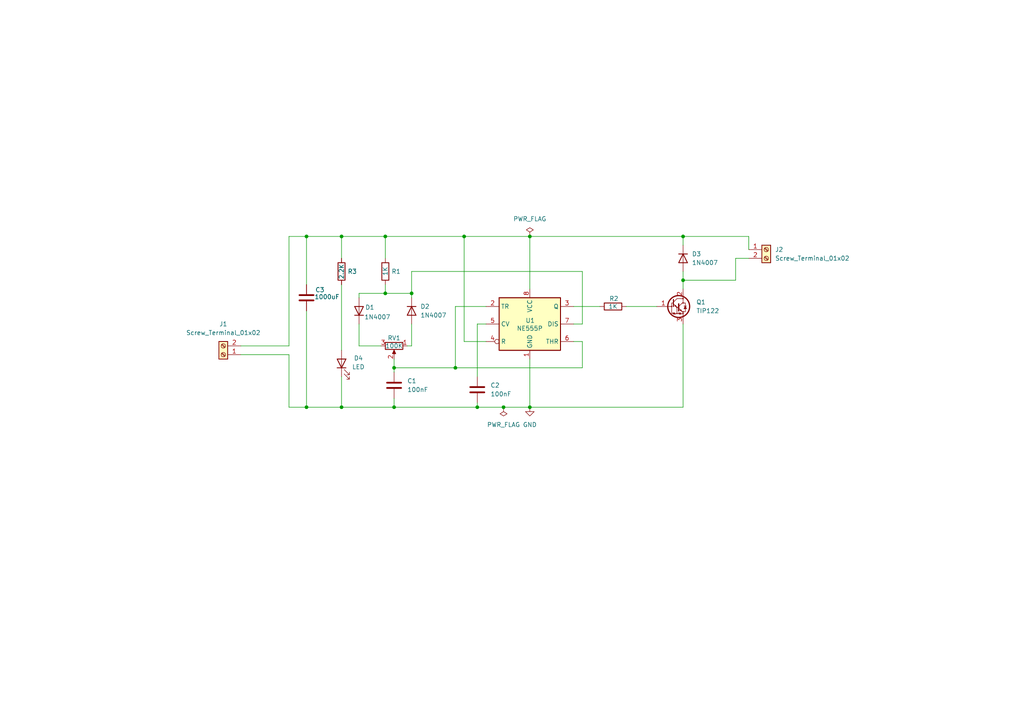
<source format=kicad_sch>
(kicad_sch (version 20250114) (generator "eeschema") (generator_version "9.0")
  (paper "A4")
  (title_block (title "DC Motor Speed Controller") (date "2025-11-22"))
  (lib_symbols
    (symbol "Connector:Screw_Terminal_01x02" (pin_names (offset 1.016) (hide yes))
      (property "Reference" "J" (at 0 2.54 0))
      (property "Value" "Screw_Terminal_01x02" (at 0 -5.08 0))
      (symbol "Screw_Terminal_01x02_1_1"
        (rectangle (start -1.27 1.27) (end 1.27 -3.81) (stroke (width 0.254)) (fill (type background)))
        (polyline (pts (xy -0.5334 0.3302) (xy 0.3302 -0.508)) (stroke (width 0.1524)))
        (polyline (pts (xy -0.5334 -2.2098) (xy 0.3302 -3.048)) (stroke (width 0.1524)))
        (polyline (pts (xy -0.3556 0.508) (xy 0.508 -0.3302)) (stroke (width 0.1524)))
        (polyline (pts (xy -0.3556 -2.032) (xy 0.508 -2.8702)) (stroke (width 0.1524)))
        (circle (center 0 0) (radius 0.635) (stroke (width 0.1524)))
        (circle (center 0 -2.54) (radius 0.635) (stroke (width 0.1524)))
        (pin passive line (at -5.08 0 0) (length 3.81) (name "Pin_1") (number "1"))
        (pin passive line (at -5.08 -2.54 0) (length 3.81) (name "Pin_2") (number "2"))
      )
    )
    (symbol "Device:C" (pin_numbers (hide yes)) (pin_names (offset 0.254))
      (property "Reference" "C" (at 0.635 2.54 0))
      (property "Value" "C" (at 0.635 -2.54 0))
      (symbol "C_0_1"
        (polyline (pts (xy -2.032 0.762) (xy 2.032 0.762)) (stroke (width 0.508)))
        (polyline (pts (xy -2.032 -0.762) (xy 2.032 -0.762)) (stroke (width 0.508)))
      )
      (symbol "C_1_1"
        (pin passive line (at 0 3.81 270) (length 2.794) (name "~") (number "1"))
        (pin passive line (at 0 -3.81 90) (length 2.794) (name "~") (number "2"))
      )
    )
    (symbol "Device:LED" (pin_numbers (hide yes)) (pin_names (offset 1.016) (hide yes))
      (property "Reference" "D" (at 0 2.54 0))
      (property "Value" "LED" (at 0 -2.54 0))
      (symbol "LED_0_1"
        (polyline (pts (xy -3.048 -0.762) (xy -4.572 -2.286) (xy -3.81 -2.286) (xy -4.572 -2.286) (xy -4.572 -1.524)))
        (polyline (pts (xy -1.778 -0.762) (xy -3.302 -2.286) (xy -2.54 -2.286) (xy -3.302 -2.286) (xy -3.302 -1.524)))
        (polyline (pts (xy -1.27 0) (xy 1.27 0)))
        (polyline (pts (xy -1.27 -1.27) (xy -1.27 1.27)) (stroke (width 0.254)))
        (polyline (pts (xy 1.27 -1.27) (xy 1.27 1.27) (xy -1.27 0) (xy 1.27 -1.27)) (stroke (width 0.254)))
      )
      (symbol "LED_1_1"
        (pin passive line (at -3.81 0 0) (length 2.54) (name "K") (number "1"))
        (pin passive line (at 3.81 0 180) (length 2.54) (name "A") (number "2"))
      )
    )
    (symbol "Device:R" (pin_numbers (hide yes)) (pin_names (offset 0))
      (property "Reference" "R" (at 2.032 0 90))
      (property "Value" "R" (at 0 0 90))
      (symbol "R_0_1"
        (rectangle (start -1.016 -2.54) (end 1.016 2.54) (stroke (width 0.254)))
      )
      (symbol "R_1_1"
        (pin passive line (at 0 3.81 270) (length 1.27) (name "~") (number "1"))
        (pin passive line (at 0 -3.81 90) (length 1.27) (name "~") (number "2"))
      )
    )
    (symbol "Device:R_Potentiometer" (pin_names (offset 1.016) (hide yes))
      (property "Reference" "RV" (at -4.445 0 90))
      (property "Value" "R_Potentiometer" (at -2.54 0 90))
      (symbol "R_Potentiometer_0_1"
        (rectangle (start 1.016 2.54) (end -1.016 -2.54) (stroke (width 0.254)))
        (polyline (pts (xy 1.143 0) (xy 2.286 0.508) (xy 2.286 -0.508) (xy 1.143 0)) (fill (type outline)))
        (polyline (pts (xy 2.54 0) (xy 1.524 0)))
      )
      (symbol "R_Potentiometer_1_1"
        (pin passive line (at 0 3.81 270) (length 1.27) (name "1") (number "1"))
        (pin passive line (at 0 -3.81 90) (length 1.27) (name "3") (number "3"))
        (pin passive line (at 3.81 0 180) (length 1.27) (name "2") (number "2"))
      )
    )
    (symbol "Diode:1N4007" (pin_numbers (hide yes)) (pin_names (hide yes))
      (property "Reference" "D" (at 0 2.54 0))
      (property "Value" "1N4007" (at 0 -2.54 0))
      (symbol "1N4007_0_1"
        (polyline (pts (xy -1.27 1.27) (xy -1.27 -1.27)) (stroke (width 0.254)))
        (polyline (pts (xy 1.27 1.27) (xy 1.27 -1.27) (xy -1.27 0) (xy 1.27 1.27)) (stroke (width 0.254)))
        (polyline (pts (xy 1.27 0) (xy -1.27 0)))
      )
      (symbol "1N4007_1_1"
        (pin passive line (at -3.81 0 0) (length 2.54) (name "K") (number "1"))
        (pin passive line (at 3.81 0 180) (length 2.54) (name "A") (number "2"))
      )
    )
    (symbol "Timer:NE555P"
      (property "Reference" "U" (at -10.16 8.89 0))
      (property "Value" "NE555P" (at 2.54 8.89 0))
      (symbol "NE555P_0_0"
        (pin power_in line (at 0 10.16 270) (length 2.54) (name "VCC") (number "8"))
        (pin power_in line (at 0 -10.16 90) (length 2.54) (name "GND") (number "1"))
      )
      (symbol "NE555P_0_1"
        (rectangle (start -8.89 -7.62) (end 8.89 7.62) (stroke (width 0.254)) (fill (type background)))
        (rectangle (start -8.89 -7.62) (end 8.89 7.62) (stroke (width 0.254)) (fill (type background)))
      )
      (symbol "NE555P_1_1"
        (pin input line (at -12.7 5.08 0) (length 3.81) (name "TR") (number "2"))
        (pin input line (at -12.7 0 0) (length 3.81) (name "CV") (number "5"))
        (pin input inverted (at -12.7 -5.08 0) (length 3.81) (name "R") (number "4"))
        (pin output line (at 12.7 5.08 180) (length 3.81) (name "Q") (number "3"))
        (pin input line (at 12.7 0 180) (length 3.81) (name "DIS") (number "7"))
        (pin input line (at 12.7 -5.08 180) (length 3.81) (name "THR") (number "6"))
      )
    )
    (symbol "Transistor_BJT:TIP122" (pin_names (offset 0) (hide yes))
      (property "Reference" "Q" (at 5.08 1.905 0))
      (property "Value" "TIP122" (at 5.08 0 0))
      (symbol "TIP122_0_1"
        (polyline (pts (xy -1.27 0) (xy -0.889 0)))
        (circle (center -0.762 0) (radius 0.127))
        (polyline (pts (xy -0.254 2.032) (xy -0.254 0) (xy -0.254 0)) (stroke (width 0.3048)))
        (polyline (pts (xy -0.254 1.27) (xy 0.762 2.286) (xy 2.54 2.286)))
        (polyline (pts (xy -0.254 1.016) (xy -0.762 1.016) (xy -0.762 -2.032)))
        (polyline (pts (xy -0.254 0.762) (xy 0.762 -0.254) (xy 1.27 -0.254)))
        (polyline (pts (xy 0.635 -0.127) (xy 0.381 0.381) (xy 0.127 0.127) (xy 0.635 -0.127)))
        (polyline (pts (xy 0.762 -0.254) (xy 0.762 -2.032) (xy 1.143 -2.032) (xy 1.27 -1.778) (xy 1.397 -2.286) (xy 1.524 -1.778) (xy 1.651 -2.286) (xy 1.778 -1.778) (xy 1.905 -2.286) (xy 2.032 -2.032) (xy 2.54 -2.032)))
        (circle (center 0.762 -0.254) (radius 0.127))
        (polyline (pts (xy 0.762 -2.032) (xy 0.381 -2.032) (xy 0.254 -2.286) (xy 0.127 -1.778) (xy 0 -2.286) (xy -0.127 -1.778) (xy -0.254 -2.286) (xy -0.381 -1.778) (xy -0.508 -2.032) (xy -0.762 -2.032)))
        (circle (center 0.762 -2.032) (radius 0.127))
        (polyline (pts (xy 1.27 0.762) (xy 1.27 -1.27) (xy 1.27 -1.27)) (stroke (width 0.381)))
        (polyline (pts (xy 1.27 0) (xy 2.286 1.016) (xy 2.54 1.016) (xy 2.54 2.286)))
        (circle (center 1.27 0) (radius 3.175) (stroke (width 0.3556)))
        (polyline (pts (xy 1.27 -0.508) (xy 2.286 -1.524) (xy 2.54 -1.524) (xy 2.54 -2.032)))
        (polyline (pts (xy 2.159 -1.397) (xy 1.905 -0.889) (xy 1.651 -1.143) (xy 2.159 -1.397)))
        (circle (center 2.54 2.286) (radius 0.127))
        (circle (center 2.54 1.016) (radius 0.127))
        (polyline (pts (xy 2.54 -1.524) (xy 3.175 -1.524)))
        (circle (center 2.54 -1.524) (radius 0.127))
        (polyline (pts (xy 2.54 -2.032) (xy 2.54 -2.54)))
        (circle (center 2.54 -2.032) (radius 0.127))
        (polyline (pts (xy 2.794 0.127) (xy 3.556 0.127)))
        (polyline (pts (xy 3.175 1.016) (xy 2.54 1.016)))
        (polyline (pts (xy 3.175 1.016) (xy 3.175 0.127)))
        (polyline (pts (xy 3.175 0.127) (xy 2.794 -0.635) (xy 3.556 -0.635) (xy 3.175 0.127)) (fill (type outline)))
        (polyline (pts (xy 3.175 -0.635) (xy 3.175 -1.524)))
      )
      (symbol "TIP122_1_1"
        (pin input line (at -5.08 0 0) (length 3.81) (name "B") (number "1"))
        (pin passive line (at 2.54 5.08 270) (length 2.667) (name "C") (number "2"))
        (pin passive line (at 2.54 -5.08 90) (length 2.54) (name "E") (number "3"))
      )
    )
    (symbol "power:GND" (power) (pin_numbers (hide yes)) (pin_names (offset 0) (hide yes))
      (property "Value" "GND" (at 0 -3.81 0))
      (symbol "GND_0_1"
        (polyline (pts (xy 0 0) (xy 0 -1.27) (xy 1.27 -1.27) (xy 0 -2.54) (xy -1.27 -1.27) (xy 0 -1.27)))
      )
      (symbol "GND_1_1"
        (pin power_in line (at 0 0 270) (length 0) (name "~") (number "1"))
      )
    )
    (symbol "power:PWR_FLAG" (power) (pin_numbers (hide yes)) (pin_names (offset 0) (hide yes))
      (property "Value" "PWR_FLAG" (at 0 3.81 0))
      (symbol "PWR_FLAG_0_0"
        (pin power_out line (at 0 0 90) (length 0) (name "~") (number "1"))
      )
      (symbol "PWR_FLAG_0_1"
        (polyline (pts (xy 0 0) (xy 0 1.27) (xy -1.016 1.905) (xy 0 2.54) (xy 1.016 1.905) (xy 0 1.27)))
      )
    )
  )
  (junction (at 111.76 68.58))
  (junction (at 88.9 68.58))
  (junction (at 111.76 85.09))
  (junction (at 146.05 118.11))
  (junction (at 153.67 68.58))
  (junction (at 198.12 68.58))
  (junction (at 138.43 118.11))
  (junction (at 198.12 81.28))
  (junction (at 99.06 118.11))
  (junction (at 114.3 106.68))
  (junction (at 153.67 118.11))
  (junction (at 119.38 85.09))
  (junction (at 88.9 118.11))
  (junction (at 114.3 118.11))
  (junction (at 132.08 106.68))
  (junction (at 99.06 68.58))
  (junction (at 134.62 68.58))
  (wire (pts (xy 99.06 74.93) (xy 99.06 68.58)))
  (wire (pts (xy 198.12 81.28) (xy 198.12 83.82)))
  (wire (pts (xy 111.76 68.58) (xy 134.62 68.58)))
  (wire (pts (xy 104.14 100.33) (xy 110.49 100.33)))
  (wire (pts (xy 83.82 68.58) (xy 83.82 100.33)))
  (wire (pts (xy 168.91 93.98) (xy 168.91 78.74)))
  (wire (pts (xy 119.38 78.74) (xy 119.38 85.09)))
  (wire (pts (xy 119.38 100.33) (xy 119.38 93.98)))
  (wire (pts (xy 181.61 88.9) (xy 190.5 88.9)))
  (wire (pts (xy 83.82 68.58) (xy 88.9 68.58)))
  (wire (pts (xy 140.97 88.9) (xy 132.08 88.9)))
  (wire (pts (xy 69.85 100.33) (xy 83.82 100.33)))
  (wire (pts (xy 99.06 118.11) (xy 114.3 118.11)))
  (wire (pts (xy 114.3 104.14) (xy 114.3 106.68)))
  (wire (pts (xy 88.9 82.55) (xy 88.9 68.58)))
  (wire (pts (xy 114.3 106.68) (xy 114.3 107.95)))
  (wire (pts (xy 114.3 118.11) (xy 138.43 118.11)))
  (wire (pts (xy 166.37 88.9) (xy 173.99 88.9)))
  (wire (pts (xy 88.9 68.58) (xy 99.06 68.58)))
  (wire (pts (xy 114.3 115.57) (xy 114.3 118.11)))
  (wire (pts (xy 118.11 100.33) (xy 119.38 100.33)))
  (wire (pts (xy 217.17 72.39) (xy 217.17 68.58)))
  (wire (pts (xy 168.91 78.74) (xy 119.38 78.74)))
  (wire (pts (xy 138.43 93.98) (xy 138.43 109.22)))
  (wire (pts (xy 166.37 99.06) (xy 168.91 99.06)))
  (wire (pts (xy 132.08 106.68) (xy 114.3 106.68)))
  (wire (pts (xy 140.97 93.98) (xy 138.43 93.98)))
  (wire (pts (xy 217.17 74.93) (xy 213.36 74.93)))
  (wire (pts (xy 104.14 93.98) (xy 104.14 100.33)))
  (wire (pts (xy 140.97 99.06) (xy 134.62 99.06)))
  (wire (pts (xy 134.62 99.06) (xy 134.62 68.58)))
  (wire (pts (xy 119.38 85.09) (xy 119.38 86.36)))
  (wire (pts (xy 166.37 93.98) (xy 168.91 93.98)))
  (wire (pts (xy 69.85 102.87) (xy 83.82 102.87)))
  (wire (pts (xy 99.06 109.22) (xy 99.06 118.11)))
  (wire (pts (xy 104.14 86.36) (xy 104.14 85.09)))
  (wire (pts (xy 198.12 68.58) (xy 153.67 68.58)))
  (wire (pts (xy 99.06 68.58) (xy 111.76 68.58)))
  (wire (pts (xy 111.76 85.09) (xy 119.38 85.09)))
  (wire (pts (xy 153.67 118.11) (xy 153.67 104.14)))
  (wire (pts (xy 153.67 83.82) (xy 153.67 68.58)))
  (wire (pts (xy 138.43 118.11) (xy 146.05 118.11)))
  (wire (pts (xy 111.76 82.55) (xy 111.76 85.09)))
  (wire (pts (xy 168.91 106.68) (xy 132.08 106.68)))
  (wire (pts (xy 104.14 85.09) (xy 111.76 85.09)))
  (wire (pts (xy 88.9 90.17) (xy 88.9 118.11)))
  (wire (pts (xy 83.82 118.11) (xy 88.9 118.11)))
  (wire (pts (xy 198.12 71.12) (xy 198.12 68.58)))
  (wire (pts (xy 168.91 99.06) (xy 168.91 106.68)))
  (wire (pts (xy 138.43 116.84) (xy 138.43 118.11)))
  (wire (pts (xy 132.08 88.9) (xy 132.08 106.68)))
  (wire (pts (xy 99.06 82.55) (xy 99.06 101.6)))
  (wire (pts (xy 217.17 68.58) (xy 198.12 68.58)))
  (wire (pts (xy 83.82 102.87) (xy 83.82 118.11)))
  (wire (pts (xy 88.9 118.11) (xy 99.06 118.11)))
  (wire (pts (xy 146.05 118.11) (xy 153.67 118.11)))
  (wire (pts (xy 111.76 74.93) (xy 111.76 68.58)))
  (wire (pts (xy 213.36 74.93) (xy 213.36 81.28)))
  (wire (pts (xy 198.12 118.11) (xy 153.67 118.11)))
  (wire (pts (xy 198.12 78.74) (xy 198.12 81.28)))
  (wire (pts (xy 198.12 93.98) (xy 198.12 118.11)))
  (wire (pts (xy 134.62 68.58) (xy 153.67 68.58)))
  (wire (pts (xy 213.36 81.28) (xy 198.12 81.28)))
  (symbol (lib_id "power:GND") (at 153.67 118.11 0) (unit 1)
    (property "Reference" "#PWR01" (effects (hide yes)))
    (property "Value" "GND" (at 153.67 123.19 0))
    (property "Description" "Power symbol creates a global label with name \"GND\" , ground" (effects (hide yes)))
  )
  (symbol (lib_id "power:PWR_FLAG") (at 146.05 118.11 180) (unit 1)
    (property "Reference" "#FLG01" (effects (hide yes)))
    (property "Value" "PWR_FLAG" (at 146.05 123.19 0))
    (property "Description" "Special symbol for telling ERC where power comes from" (effects (hide yes)))
  )
  (symbol (lib_id "Device:R") (at 99.06 78.74 0) (unit 1)
    (property "Reference" "R3" (at 100.838 78.74 0) (effects (justify left)))
    (property "Value" "2.2K" (at 99.06 81.026 90) (effects (justify left)))
    (property "Footprint" "Resistor_THT:R_Axial_DIN0204_L3.6mm_D1.6mm_P7.62mm_Horizontal" (effects (hide yes)))
    (property "Description" "Resistor" (effects (hide yes)))
  )
  (symbol (lib_id "Diode:1N4007") (at 198.12 74.93 270) (unit 1)
    (property "Reference" "D3" (at 200.66 73.6599 90) (effects (justify left)))
    (property "Value" "1N4007" (at 200.66 76.1999 90) (effects (justify left)))
    (property "Footprint" "Diode_THT:D_DO-41_SOD81_P10.16mm_Horizontal" (effects (hide yes)))
    (property "Datasheet" "http://www.vishay.com/docs/88503/1n4001.pdf" (effects (hide yes)))
    (property "Description" "1000V 1A General Purpose Rectifier Diode, DO-41" (effects (hide yes)))
    (property "Sim.Device" "D" (effects (hide yes)))
    (property "Sim.Pins" "1=K 2=A" (effects (hide yes)))
  )
  (symbol (lib_id "Diode:1N4007") (at 104.14 90.17 90) (unit 1)
    (property "Reference" "D1" (at 105.918 89.154 90) (effects (justify right)))
    (property "Value" "1N4007" (at 105.664 91.948 90) (effects (justify right)))
    (property "Footprint" "Diode_THT:D_DO-41_SOD81_P10.16mm_Horizontal" (effects (hide yes)))
    (property "Datasheet" "http://www.vishay.com/docs/88503/1n4001.pdf" (effects (hide yes)))
    (property "Description" "1000V 1A General Purpose Rectifier Diode, DO-41" (effects (hide yes)))
    (property "Sim.Device" "D" (effects (hide yes)))
    (property "Sim.Pins" "1=K 2=A" (effects (hide yes)))
  )
  (symbol (lib_id "power:PWR_FLAG") (at 153.67 68.58 0) (unit 1)
    (property "Reference" "#FLG02" (effects (hide yes)))
    (property "Value" "PWR_FLAG" (at 153.67 63.5 0))
    (property "Description" "Special symbol for telling ERC where power comes from" (effects (hide yes)))
  )
  (symbol (lib_id "Connector:Screw_Terminal_01x02") (at 64.77 102.87 180) (unit 1)
    (property "Reference" "J1" (at 64.77 93.98 0))
    (property "Value" "Screw_Terminal_01x02" (at 64.77 96.52 0))
    (property "Footprint" "TerminalBlock_Phoenix:TerminalBlock_Phoenix_MKDS-1,5-2_1x02_P5.00mm_Horizontal" (effects (hide yes)))
    (property "Description" "Generic screw terminal, single row, 01x02, script generated (kicad-library-utils/schlib/autogen/connector/)" (effects (hide yes)))
  )
  (symbol (lib_id "Device:C") (at 114.3 111.76 0) (unit 1)
    (property "Reference" "C1" (at 118.11 110.4899 0) (effects (justify left)))
    (property "Value" "100nF" (at 118.11 113.0299 0) (effects (justify left)))
    (property "Footprint" "Capacitor_THT:C_Disc_D4.7mm_W2.5mm_P5.00mm" (effects (hide yes)))
    (property "Description" "Unpolarized capacitor" (effects (hide yes)))
  )
  (symbol (lib_id "Connector:Screw_Terminal_01x02") (at 222.25 72.39 0) (unit 1)
    (property "Reference" "J2" (at 224.79 72.3899 0) (effects (justify left)))
    (property "Value" "Screw_Terminal_01x02" (at 224.79 74.9299 0) (effects (justify left)))
    (property "Footprint" "TerminalBlock_Phoenix:TerminalBlock_Phoenix_MKDS-1,5-2_1x02_P5.00mm_Horizontal" (effects (hide yes)))
    (property "Description" "Generic screw terminal, single row, 01x02, script generated (kicad-library-utils/schlib/autogen/connector/)" (effects (hide yes)))
  )
  (symbol (lib_id "Device:R") (at 177.8 88.9 90) (unit 1)
    (property "Reference" "R2" (at 178.054 86.614 90))
    (property "Value" "1K" (at 177.8 88.9 90))
    (property "Footprint" "Resistor_THT:R_Axial_DIN0204_L3.6mm_D1.6mm_P7.62mm_Horizontal" (effects (hide yes)))
    (property "Description" "Resistor" (effects (hide yes)))
  )
  (symbol (lib_id "Device:C") (at 88.9 86.36 180) (unit 1)
    (property "Reference" "C3" (at 91.44 84.074 0) (effects (justify right)))
    (property "Value" "1000uF" (at 91.186 86.106 0) (effects (justify right)))
    (property "Footprint" "Capacitor_THT:CP_Radial_D10.0mm_P5.00mm" (effects (hide yes)))
    (property "Description" "Unpolarized capacitor" (effects (hide yes)))
  )
  (symbol (lib_id "Device:R") (at 111.76 78.74 0) (unit 1)
    (property "Reference" "R1" (at 113.538 78.74 0) (effects (justify left)))
    (property "Value" "1K" (at 111.76 80.01 90) (effects (justify left)))
    (property "Footprint" "Resistor_THT:R_Axial_DIN0204_L3.6mm_D1.6mm_P7.62mm_Horizontal" (effects (hide yes)))
    (property "Description" "Resistor" (effects (hide yes)))
  )
  (symbol (lib_id "Device:LED") (at 99.06 105.41 90) (unit 1)
    (property "Reference" "D4" (at 102.616 103.886 90) (effects (justify right)))
    (property "Value" "LED" (at 102.108 106.426 90) (effects (justify right)))
    (property "Footprint" "LED_SMD:LED_1206_3216Metric_Pad1.42x1.75mm_HandSolder" (effects (hide yes)))
    (property "Description" "Light emitting diode" (effects (hide yes)))
    (property "Sim.Pins" "1=K 2=A" (effects (hide yes)))
  )
  (symbol (lib_id "Device:C") (at 138.43 113.03 0) (unit 1)
    (property "Reference" "C2" (at 142.24 111.7599 0) (effects (justify left)))
    (property "Value" "100nF" (at 142.24 114.2999 0) (effects (justify left)))
    (property "Footprint" "Capacitor_THT:C_Disc_D4.7mm_W2.5mm_P5.00mm" (effects (hide yes)))
    (property "Description" "Unpolarized capacitor" (effects (hide yes)))
  )
  (symbol (lib_id "Transistor_BJT:TIP122") (at 195.58 88.9 0) (unit 1)
    (property "Reference" "Q1" (at 201.93 87.6299 0) (effects (justify left)))
    (property "Value" "TIP122" (at 201.93 90.1699 0) (effects (justify left)))
    (property "Footprint" "Package_TO_SOT_THT:TO-220-3_Vertical" (effects (hide yes)))
    (property "Datasheet" "https://www.onsemi.com/pub/Collateral/TIP120-D.PDF" (effects (hide yes)))
    (property "Description" "5A Ic, 100V Vce, Silicon Darlington Power NPN Transistor, TO-220" (effects (hide yes)))
  )
  (symbol (lib_id "Diode:1N4007") (at 119.38 90.17 270) (unit 1)
    (property "Reference" "D2" (at 121.92 88.8999 90) (effects (justify left)))
    (property "Value" "1N4007" (at 121.92 91.4399 90) (effects (justify left)))
    (property "Footprint" "Diode_THT:D_DO-41_SOD81_P10.16mm_Horizontal" (effects (hide yes)))
    (property "Datasheet" "http://www.vishay.com/docs/88503/1n4001.pdf" (effects (hide yes)))
    (property "Description" "1000V 1A General Purpose Rectifier Diode, DO-41" (effects (hide yes)))
    (property "Sim.Device" "D" (effects (hide yes)))
    (property "Sim.Pins" "1=K 2=A" (effects (hide yes)))
  )
  (symbol (lib_id "Timer:NE555P") (at 153.67 93.98 0) (unit 1)
    (property "Reference" "U1" (at 152.4 92.964 0) (effects (justify left)))
    (property "Value" "NE555P" (at 149.86 95.25 0) (effects (justify left)))
    (property "Footprint" "Package_DIP:DIP-8_W7.62mm" (effects (hide yes)))
    (property "Datasheet" "http://www.ti.com/lit/ds/symlink/ne555.pdf" (effects (hide yes)))
    (property "Description" "Precision Timers, 555 compatible,  PDIP-8" (effects (hide yes)))
  )
  (symbol (lib_id "Device:R_Potentiometer") (at 114.3 100.33 270) (unit 1)
    (property "Reference" "RV1" (at 114.3 98.044 90))
    (property "Value" "100K" (at 114.3 100.33 90))
    (property "Footprint" "Potentiometer_THT:Potentiometer_Alps_RK163_Single_Horizontal" (effects (hide yes)))
    (property "Description" "Potentiometer" (effects (hide yes)))
  )
)
</source>
